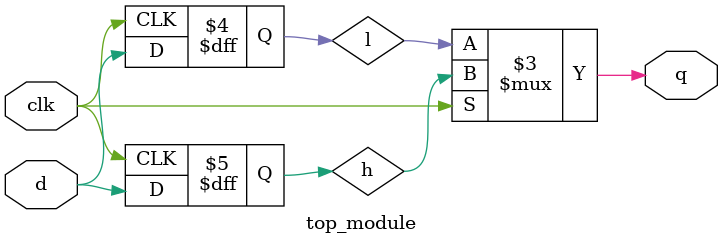
<source format=v>
module top_module (
    input clk,
    input d,
    output q
);
    reg h,l;
    always@(posedge clk)
        h <= d;
    always@(negedge clk)
        l <= d;
    assign q = clk?h:l;
endmodule
</source>
